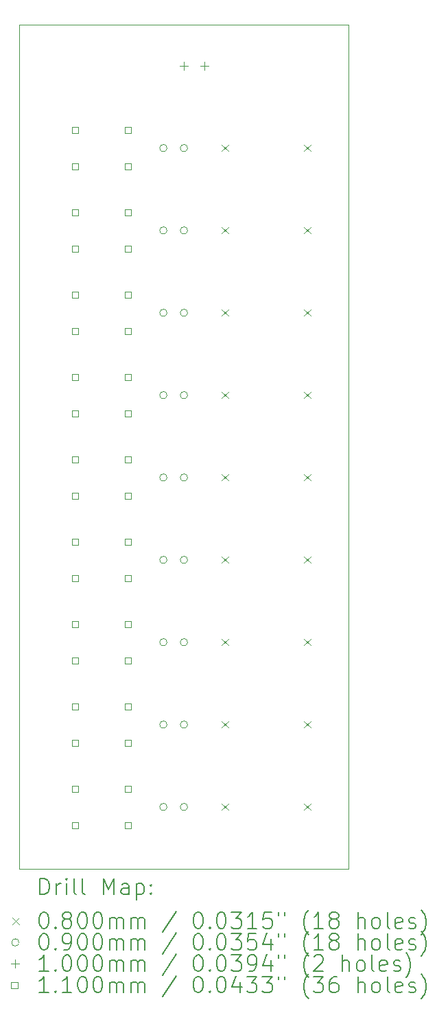
<source format=gbr>
%TF.GenerationSoftware,KiCad,Pcbnew,7.0.5-0*%
%TF.CreationDate,2023-07-07T14:44:34-07:00*%
%TF.ProjectId,loots of leds 2.0,6c6f6f74-7320-46f6-9620-6c6564732032,rev?*%
%TF.SameCoordinates,Original*%
%TF.FileFunction,Drillmap*%
%TF.FilePolarity,Positive*%
%FSLAX45Y45*%
G04 Gerber Fmt 4.5, Leading zero omitted, Abs format (unit mm)*
G04 Created by KiCad (PCBNEW 7.0.5-0) date 2023-07-07 14:44:34*
%MOMM*%
%LPD*%
G01*
G04 APERTURE LIST*
%ADD10C,0.100000*%
%ADD11C,0.200000*%
%ADD12C,0.080000*%
%ADD13C,0.090000*%
%ADD14C,0.110000*%
G04 APERTURE END LIST*
D10*
X15494000Y-2286000D02*
X19558000Y-2286000D01*
X19558000Y-12700000D01*
X15494000Y-12700000D01*
X15494000Y-2286000D01*
D11*
D12*
X17994000Y-3770000D02*
X18074000Y-3850000D01*
X18074000Y-3770000D02*
X17994000Y-3850000D01*
X17994000Y-4786000D02*
X18074000Y-4866000D01*
X18074000Y-4786000D02*
X17994000Y-4866000D01*
X17994000Y-5802000D02*
X18074000Y-5882000D01*
X18074000Y-5802000D02*
X17994000Y-5882000D01*
X17994000Y-6818000D02*
X18074000Y-6898000D01*
X18074000Y-6818000D02*
X17994000Y-6898000D01*
X17994000Y-7834000D02*
X18074000Y-7914000D01*
X18074000Y-7834000D02*
X17994000Y-7914000D01*
X17994000Y-8850000D02*
X18074000Y-8930000D01*
X18074000Y-8850000D02*
X17994000Y-8930000D01*
X17994000Y-9866000D02*
X18074000Y-9946000D01*
X18074000Y-9866000D02*
X17994000Y-9946000D01*
X17994000Y-10882000D02*
X18074000Y-10962000D01*
X18074000Y-10882000D02*
X17994000Y-10962000D01*
X17994000Y-11898000D02*
X18074000Y-11978000D01*
X18074000Y-11898000D02*
X17994000Y-11978000D01*
X19010000Y-3770000D02*
X19090000Y-3850000D01*
X19090000Y-3770000D02*
X19010000Y-3850000D01*
X19010000Y-4786000D02*
X19090000Y-4866000D01*
X19090000Y-4786000D02*
X19010000Y-4866000D01*
X19010000Y-5802000D02*
X19090000Y-5882000D01*
X19090000Y-5802000D02*
X19010000Y-5882000D01*
X19010000Y-6818000D02*
X19090000Y-6898000D01*
X19090000Y-6818000D02*
X19010000Y-6898000D01*
X19010000Y-7834000D02*
X19090000Y-7914000D01*
X19090000Y-7834000D02*
X19010000Y-7914000D01*
X19010000Y-8850000D02*
X19090000Y-8930000D01*
X19090000Y-8850000D02*
X19010000Y-8930000D01*
X19010000Y-9866000D02*
X19090000Y-9946000D01*
X19090000Y-9866000D02*
X19010000Y-9946000D01*
X19010000Y-10882000D02*
X19090000Y-10962000D01*
X19090000Y-10882000D02*
X19010000Y-10962000D01*
X19010000Y-11898000D02*
X19090000Y-11978000D01*
X19090000Y-11898000D02*
X19010000Y-11978000D01*
D13*
X17317000Y-3810000D02*
G75*
G03*
X17317000Y-3810000I-45000J0D01*
G01*
X17317000Y-4826000D02*
G75*
G03*
X17317000Y-4826000I-45000J0D01*
G01*
X17317000Y-5842000D02*
G75*
G03*
X17317000Y-5842000I-45000J0D01*
G01*
X17317000Y-6858000D02*
G75*
G03*
X17317000Y-6858000I-45000J0D01*
G01*
X17317000Y-7874000D02*
G75*
G03*
X17317000Y-7874000I-45000J0D01*
G01*
X17317000Y-8890000D02*
G75*
G03*
X17317000Y-8890000I-45000J0D01*
G01*
X17317000Y-9906000D02*
G75*
G03*
X17317000Y-9906000I-45000J0D01*
G01*
X17317000Y-10922000D02*
G75*
G03*
X17317000Y-10922000I-45000J0D01*
G01*
X17317000Y-11938000D02*
G75*
G03*
X17317000Y-11938000I-45000J0D01*
G01*
X17571000Y-3810000D02*
G75*
G03*
X17571000Y-3810000I-45000J0D01*
G01*
X17571000Y-4826000D02*
G75*
G03*
X17571000Y-4826000I-45000J0D01*
G01*
X17571000Y-5842000D02*
G75*
G03*
X17571000Y-5842000I-45000J0D01*
G01*
X17571000Y-6858000D02*
G75*
G03*
X17571000Y-6858000I-45000J0D01*
G01*
X17571000Y-7874000D02*
G75*
G03*
X17571000Y-7874000I-45000J0D01*
G01*
X17571000Y-8890000D02*
G75*
G03*
X17571000Y-8890000I-45000J0D01*
G01*
X17571000Y-9906000D02*
G75*
G03*
X17571000Y-9906000I-45000J0D01*
G01*
X17571000Y-10922000D02*
G75*
G03*
X17571000Y-10922000I-45000J0D01*
G01*
X17571000Y-11938000D02*
G75*
G03*
X17571000Y-11938000I-45000J0D01*
G01*
D10*
X17526000Y-2744000D02*
X17526000Y-2844000D01*
X17476000Y-2794000D02*
X17576000Y-2794000D01*
X17780000Y-2744000D02*
X17780000Y-2844000D01*
X17730000Y-2794000D02*
X17830000Y-2794000D01*
D14*
X16223891Y-3623891D02*
X16223891Y-3546109D01*
X16146109Y-3546109D01*
X16146109Y-3623891D01*
X16223891Y-3623891D01*
X16223891Y-4073891D02*
X16223891Y-3996109D01*
X16146109Y-3996109D01*
X16146109Y-4073891D01*
X16223891Y-4073891D01*
X16223891Y-4639891D02*
X16223891Y-4562109D01*
X16146109Y-4562109D01*
X16146109Y-4639891D01*
X16223891Y-4639891D01*
X16223891Y-5089891D02*
X16223891Y-5012109D01*
X16146109Y-5012109D01*
X16146109Y-5089891D01*
X16223891Y-5089891D01*
X16223891Y-5655891D02*
X16223891Y-5578109D01*
X16146109Y-5578109D01*
X16146109Y-5655891D01*
X16223891Y-5655891D01*
X16223891Y-6105891D02*
X16223891Y-6028109D01*
X16146109Y-6028109D01*
X16146109Y-6105891D01*
X16223891Y-6105891D01*
X16223891Y-6671891D02*
X16223891Y-6594109D01*
X16146109Y-6594109D01*
X16146109Y-6671891D01*
X16223891Y-6671891D01*
X16223891Y-7121891D02*
X16223891Y-7044109D01*
X16146109Y-7044109D01*
X16146109Y-7121891D01*
X16223891Y-7121891D01*
X16223891Y-7687891D02*
X16223891Y-7610109D01*
X16146109Y-7610109D01*
X16146109Y-7687891D01*
X16223891Y-7687891D01*
X16223891Y-8137891D02*
X16223891Y-8060109D01*
X16146109Y-8060109D01*
X16146109Y-8137891D01*
X16223891Y-8137891D01*
X16223891Y-8703891D02*
X16223891Y-8626109D01*
X16146109Y-8626109D01*
X16146109Y-8703891D01*
X16223891Y-8703891D01*
X16223891Y-9153891D02*
X16223891Y-9076109D01*
X16146109Y-9076109D01*
X16146109Y-9153891D01*
X16223891Y-9153891D01*
X16223891Y-9719891D02*
X16223891Y-9642109D01*
X16146109Y-9642109D01*
X16146109Y-9719891D01*
X16223891Y-9719891D01*
X16223891Y-10169891D02*
X16223891Y-10092109D01*
X16146109Y-10092109D01*
X16146109Y-10169891D01*
X16223891Y-10169891D01*
X16223891Y-10735891D02*
X16223891Y-10658109D01*
X16146109Y-10658109D01*
X16146109Y-10735891D01*
X16223891Y-10735891D01*
X16223891Y-11185891D02*
X16223891Y-11108109D01*
X16146109Y-11108109D01*
X16146109Y-11185891D01*
X16223891Y-11185891D01*
X16223891Y-11751891D02*
X16223891Y-11674109D01*
X16146109Y-11674109D01*
X16146109Y-11751891D01*
X16223891Y-11751891D01*
X16223891Y-12201891D02*
X16223891Y-12124109D01*
X16146109Y-12124109D01*
X16146109Y-12201891D01*
X16223891Y-12201891D01*
X16873891Y-3623891D02*
X16873891Y-3546109D01*
X16796109Y-3546109D01*
X16796109Y-3623891D01*
X16873891Y-3623891D01*
X16873891Y-4073891D02*
X16873891Y-3996109D01*
X16796109Y-3996109D01*
X16796109Y-4073891D01*
X16873891Y-4073891D01*
X16873891Y-4639891D02*
X16873891Y-4562109D01*
X16796109Y-4562109D01*
X16796109Y-4639891D01*
X16873891Y-4639891D01*
X16873891Y-5089891D02*
X16873891Y-5012109D01*
X16796109Y-5012109D01*
X16796109Y-5089891D01*
X16873891Y-5089891D01*
X16873891Y-5655891D02*
X16873891Y-5578109D01*
X16796109Y-5578109D01*
X16796109Y-5655891D01*
X16873891Y-5655891D01*
X16873891Y-6105891D02*
X16873891Y-6028109D01*
X16796109Y-6028109D01*
X16796109Y-6105891D01*
X16873891Y-6105891D01*
X16873891Y-6671891D02*
X16873891Y-6594109D01*
X16796109Y-6594109D01*
X16796109Y-6671891D01*
X16873891Y-6671891D01*
X16873891Y-7121891D02*
X16873891Y-7044109D01*
X16796109Y-7044109D01*
X16796109Y-7121891D01*
X16873891Y-7121891D01*
X16873891Y-7687891D02*
X16873891Y-7610109D01*
X16796109Y-7610109D01*
X16796109Y-7687891D01*
X16873891Y-7687891D01*
X16873891Y-8137891D02*
X16873891Y-8060109D01*
X16796109Y-8060109D01*
X16796109Y-8137891D01*
X16873891Y-8137891D01*
X16873891Y-8703891D02*
X16873891Y-8626109D01*
X16796109Y-8626109D01*
X16796109Y-8703891D01*
X16873891Y-8703891D01*
X16873891Y-9153891D02*
X16873891Y-9076109D01*
X16796109Y-9076109D01*
X16796109Y-9153891D01*
X16873891Y-9153891D01*
X16873891Y-9719891D02*
X16873891Y-9642109D01*
X16796109Y-9642109D01*
X16796109Y-9719891D01*
X16873891Y-9719891D01*
X16873891Y-10169891D02*
X16873891Y-10092109D01*
X16796109Y-10092109D01*
X16796109Y-10169891D01*
X16873891Y-10169891D01*
X16873891Y-10735891D02*
X16873891Y-10658109D01*
X16796109Y-10658109D01*
X16796109Y-10735891D01*
X16873891Y-10735891D01*
X16873891Y-11185891D02*
X16873891Y-11108109D01*
X16796109Y-11108109D01*
X16796109Y-11185891D01*
X16873891Y-11185891D01*
X16873891Y-11751891D02*
X16873891Y-11674109D01*
X16796109Y-11674109D01*
X16796109Y-11751891D01*
X16873891Y-11751891D01*
X16873891Y-12201891D02*
X16873891Y-12124109D01*
X16796109Y-12124109D01*
X16796109Y-12201891D01*
X16873891Y-12201891D01*
D11*
X15749777Y-13016484D02*
X15749777Y-12816484D01*
X15749777Y-12816484D02*
X15797396Y-12816484D01*
X15797396Y-12816484D02*
X15825967Y-12826008D01*
X15825967Y-12826008D02*
X15845015Y-12845055D01*
X15845015Y-12845055D02*
X15854539Y-12864103D01*
X15854539Y-12864103D02*
X15864062Y-12902198D01*
X15864062Y-12902198D02*
X15864062Y-12930769D01*
X15864062Y-12930769D02*
X15854539Y-12968865D01*
X15854539Y-12968865D02*
X15845015Y-12987912D01*
X15845015Y-12987912D02*
X15825967Y-13006960D01*
X15825967Y-13006960D02*
X15797396Y-13016484D01*
X15797396Y-13016484D02*
X15749777Y-13016484D01*
X15949777Y-13016484D02*
X15949777Y-12883150D01*
X15949777Y-12921246D02*
X15959301Y-12902198D01*
X15959301Y-12902198D02*
X15968824Y-12892674D01*
X15968824Y-12892674D02*
X15987872Y-12883150D01*
X15987872Y-12883150D02*
X16006920Y-12883150D01*
X16073586Y-13016484D02*
X16073586Y-12883150D01*
X16073586Y-12816484D02*
X16064062Y-12826008D01*
X16064062Y-12826008D02*
X16073586Y-12835531D01*
X16073586Y-12835531D02*
X16083110Y-12826008D01*
X16083110Y-12826008D02*
X16073586Y-12816484D01*
X16073586Y-12816484D02*
X16073586Y-12835531D01*
X16197396Y-13016484D02*
X16178348Y-13006960D01*
X16178348Y-13006960D02*
X16168824Y-12987912D01*
X16168824Y-12987912D02*
X16168824Y-12816484D01*
X16302158Y-13016484D02*
X16283110Y-13006960D01*
X16283110Y-13006960D02*
X16273586Y-12987912D01*
X16273586Y-12987912D02*
X16273586Y-12816484D01*
X16530729Y-13016484D02*
X16530729Y-12816484D01*
X16530729Y-12816484D02*
X16597396Y-12959341D01*
X16597396Y-12959341D02*
X16664062Y-12816484D01*
X16664062Y-12816484D02*
X16664062Y-13016484D01*
X16845015Y-13016484D02*
X16845015Y-12911722D01*
X16845015Y-12911722D02*
X16835491Y-12892674D01*
X16835491Y-12892674D02*
X16816444Y-12883150D01*
X16816444Y-12883150D02*
X16778348Y-12883150D01*
X16778348Y-12883150D02*
X16759301Y-12892674D01*
X16845015Y-13006960D02*
X16825967Y-13016484D01*
X16825967Y-13016484D02*
X16778348Y-13016484D01*
X16778348Y-13016484D02*
X16759301Y-13006960D01*
X16759301Y-13006960D02*
X16749777Y-12987912D01*
X16749777Y-12987912D02*
X16749777Y-12968865D01*
X16749777Y-12968865D02*
X16759301Y-12949817D01*
X16759301Y-12949817D02*
X16778348Y-12940293D01*
X16778348Y-12940293D02*
X16825967Y-12940293D01*
X16825967Y-12940293D02*
X16845015Y-12930769D01*
X16940253Y-12883150D02*
X16940253Y-13083150D01*
X16940253Y-12892674D02*
X16959301Y-12883150D01*
X16959301Y-12883150D02*
X16997396Y-12883150D01*
X16997396Y-12883150D02*
X17016444Y-12892674D01*
X17016444Y-12892674D02*
X17025967Y-12902198D01*
X17025967Y-12902198D02*
X17035491Y-12921246D01*
X17035491Y-12921246D02*
X17035491Y-12978388D01*
X17035491Y-12978388D02*
X17025967Y-12997436D01*
X17025967Y-12997436D02*
X17016444Y-13006960D01*
X17016444Y-13006960D02*
X16997396Y-13016484D01*
X16997396Y-13016484D02*
X16959301Y-13016484D01*
X16959301Y-13016484D02*
X16940253Y-13006960D01*
X17121205Y-12997436D02*
X17130729Y-13006960D01*
X17130729Y-13006960D02*
X17121205Y-13016484D01*
X17121205Y-13016484D02*
X17111682Y-13006960D01*
X17111682Y-13006960D02*
X17121205Y-12997436D01*
X17121205Y-12997436D02*
X17121205Y-13016484D01*
X17121205Y-12892674D02*
X17130729Y-12902198D01*
X17130729Y-12902198D02*
X17121205Y-12911722D01*
X17121205Y-12911722D02*
X17111682Y-12902198D01*
X17111682Y-12902198D02*
X17121205Y-12892674D01*
X17121205Y-12892674D02*
X17121205Y-12911722D01*
D12*
X15409000Y-13305000D02*
X15489000Y-13385000D01*
X15489000Y-13305000D02*
X15409000Y-13385000D01*
D11*
X15787872Y-13236484D02*
X15806920Y-13236484D01*
X15806920Y-13236484D02*
X15825967Y-13246008D01*
X15825967Y-13246008D02*
X15835491Y-13255531D01*
X15835491Y-13255531D02*
X15845015Y-13274579D01*
X15845015Y-13274579D02*
X15854539Y-13312674D01*
X15854539Y-13312674D02*
X15854539Y-13360293D01*
X15854539Y-13360293D02*
X15845015Y-13398388D01*
X15845015Y-13398388D02*
X15835491Y-13417436D01*
X15835491Y-13417436D02*
X15825967Y-13426960D01*
X15825967Y-13426960D02*
X15806920Y-13436484D01*
X15806920Y-13436484D02*
X15787872Y-13436484D01*
X15787872Y-13436484D02*
X15768824Y-13426960D01*
X15768824Y-13426960D02*
X15759301Y-13417436D01*
X15759301Y-13417436D02*
X15749777Y-13398388D01*
X15749777Y-13398388D02*
X15740253Y-13360293D01*
X15740253Y-13360293D02*
X15740253Y-13312674D01*
X15740253Y-13312674D02*
X15749777Y-13274579D01*
X15749777Y-13274579D02*
X15759301Y-13255531D01*
X15759301Y-13255531D02*
X15768824Y-13246008D01*
X15768824Y-13246008D02*
X15787872Y-13236484D01*
X15940253Y-13417436D02*
X15949777Y-13426960D01*
X15949777Y-13426960D02*
X15940253Y-13436484D01*
X15940253Y-13436484D02*
X15930729Y-13426960D01*
X15930729Y-13426960D02*
X15940253Y-13417436D01*
X15940253Y-13417436D02*
X15940253Y-13436484D01*
X16064062Y-13322198D02*
X16045015Y-13312674D01*
X16045015Y-13312674D02*
X16035491Y-13303150D01*
X16035491Y-13303150D02*
X16025967Y-13284103D01*
X16025967Y-13284103D02*
X16025967Y-13274579D01*
X16025967Y-13274579D02*
X16035491Y-13255531D01*
X16035491Y-13255531D02*
X16045015Y-13246008D01*
X16045015Y-13246008D02*
X16064062Y-13236484D01*
X16064062Y-13236484D02*
X16102158Y-13236484D01*
X16102158Y-13236484D02*
X16121205Y-13246008D01*
X16121205Y-13246008D02*
X16130729Y-13255531D01*
X16130729Y-13255531D02*
X16140253Y-13274579D01*
X16140253Y-13274579D02*
X16140253Y-13284103D01*
X16140253Y-13284103D02*
X16130729Y-13303150D01*
X16130729Y-13303150D02*
X16121205Y-13312674D01*
X16121205Y-13312674D02*
X16102158Y-13322198D01*
X16102158Y-13322198D02*
X16064062Y-13322198D01*
X16064062Y-13322198D02*
X16045015Y-13331722D01*
X16045015Y-13331722D02*
X16035491Y-13341246D01*
X16035491Y-13341246D02*
X16025967Y-13360293D01*
X16025967Y-13360293D02*
X16025967Y-13398388D01*
X16025967Y-13398388D02*
X16035491Y-13417436D01*
X16035491Y-13417436D02*
X16045015Y-13426960D01*
X16045015Y-13426960D02*
X16064062Y-13436484D01*
X16064062Y-13436484D02*
X16102158Y-13436484D01*
X16102158Y-13436484D02*
X16121205Y-13426960D01*
X16121205Y-13426960D02*
X16130729Y-13417436D01*
X16130729Y-13417436D02*
X16140253Y-13398388D01*
X16140253Y-13398388D02*
X16140253Y-13360293D01*
X16140253Y-13360293D02*
X16130729Y-13341246D01*
X16130729Y-13341246D02*
X16121205Y-13331722D01*
X16121205Y-13331722D02*
X16102158Y-13322198D01*
X16264062Y-13236484D02*
X16283110Y-13236484D01*
X16283110Y-13236484D02*
X16302158Y-13246008D01*
X16302158Y-13246008D02*
X16311682Y-13255531D01*
X16311682Y-13255531D02*
X16321205Y-13274579D01*
X16321205Y-13274579D02*
X16330729Y-13312674D01*
X16330729Y-13312674D02*
X16330729Y-13360293D01*
X16330729Y-13360293D02*
X16321205Y-13398388D01*
X16321205Y-13398388D02*
X16311682Y-13417436D01*
X16311682Y-13417436D02*
X16302158Y-13426960D01*
X16302158Y-13426960D02*
X16283110Y-13436484D01*
X16283110Y-13436484D02*
X16264062Y-13436484D01*
X16264062Y-13436484D02*
X16245015Y-13426960D01*
X16245015Y-13426960D02*
X16235491Y-13417436D01*
X16235491Y-13417436D02*
X16225967Y-13398388D01*
X16225967Y-13398388D02*
X16216443Y-13360293D01*
X16216443Y-13360293D02*
X16216443Y-13312674D01*
X16216443Y-13312674D02*
X16225967Y-13274579D01*
X16225967Y-13274579D02*
X16235491Y-13255531D01*
X16235491Y-13255531D02*
X16245015Y-13246008D01*
X16245015Y-13246008D02*
X16264062Y-13236484D01*
X16454539Y-13236484D02*
X16473586Y-13236484D01*
X16473586Y-13236484D02*
X16492634Y-13246008D01*
X16492634Y-13246008D02*
X16502158Y-13255531D01*
X16502158Y-13255531D02*
X16511682Y-13274579D01*
X16511682Y-13274579D02*
X16521205Y-13312674D01*
X16521205Y-13312674D02*
X16521205Y-13360293D01*
X16521205Y-13360293D02*
X16511682Y-13398388D01*
X16511682Y-13398388D02*
X16502158Y-13417436D01*
X16502158Y-13417436D02*
X16492634Y-13426960D01*
X16492634Y-13426960D02*
X16473586Y-13436484D01*
X16473586Y-13436484D02*
X16454539Y-13436484D01*
X16454539Y-13436484D02*
X16435491Y-13426960D01*
X16435491Y-13426960D02*
X16425967Y-13417436D01*
X16425967Y-13417436D02*
X16416443Y-13398388D01*
X16416443Y-13398388D02*
X16406920Y-13360293D01*
X16406920Y-13360293D02*
X16406920Y-13312674D01*
X16406920Y-13312674D02*
X16416443Y-13274579D01*
X16416443Y-13274579D02*
X16425967Y-13255531D01*
X16425967Y-13255531D02*
X16435491Y-13246008D01*
X16435491Y-13246008D02*
X16454539Y-13236484D01*
X16606920Y-13436484D02*
X16606920Y-13303150D01*
X16606920Y-13322198D02*
X16616443Y-13312674D01*
X16616443Y-13312674D02*
X16635491Y-13303150D01*
X16635491Y-13303150D02*
X16664063Y-13303150D01*
X16664063Y-13303150D02*
X16683110Y-13312674D01*
X16683110Y-13312674D02*
X16692634Y-13331722D01*
X16692634Y-13331722D02*
X16692634Y-13436484D01*
X16692634Y-13331722D02*
X16702158Y-13312674D01*
X16702158Y-13312674D02*
X16721205Y-13303150D01*
X16721205Y-13303150D02*
X16749777Y-13303150D01*
X16749777Y-13303150D02*
X16768824Y-13312674D01*
X16768824Y-13312674D02*
X16778348Y-13331722D01*
X16778348Y-13331722D02*
X16778348Y-13436484D01*
X16873586Y-13436484D02*
X16873586Y-13303150D01*
X16873586Y-13322198D02*
X16883110Y-13312674D01*
X16883110Y-13312674D02*
X16902158Y-13303150D01*
X16902158Y-13303150D02*
X16930729Y-13303150D01*
X16930729Y-13303150D02*
X16949777Y-13312674D01*
X16949777Y-13312674D02*
X16959301Y-13331722D01*
X16959301Y-13331722D02*
X16959301Y-13436484D01*
X16959301Y-13331722D02*
X16968825Y-13312674D01*
X16968825Y-13312674D02*
X16987872Y-13303150D01*
X16987872Y-13303150D02*
X17016444Y-13303150D01*
X17016444Y-13303150D02*
X17035491Y-13312674D01*
X17035491Y-13312674D02*
X17045015Y-13331722D01*
X17045015Y-13331722D02*
X17045015Y-13436484D01*
X17435491Y-13226960D02*
X17264063Y-13484103D01*
X17692634Y-13236484D02*
X17711682Y-13236484D01*
X17711682Y-13236484D02*
X17730729Y-13246008D01*
X17730729Y-13246008D02*
X17740253Y-13255531D01*
X17740253Y-13255531D02*
X17749777Y-13274579D01*
X17749777Y-13274579D02*
X17759301Y-13312674D01*
X17759301Y-13312674D02*
X17759301Y-13360293D01*
X17759301Y-13360293D02*
X17749777Y-13398388D01*
X17749777Y-13398388D02*
X17740253Y-13417436D01*
X17740253Y-13417436D02*
X17730729Y-13426960D01*
X17730729Y-13426960D02*
X17711682Y-13436484D01*
X17711682Y-13436484D02*
X17692634Y-13436484D01*
X17692634Y-13436484D02*
X17673587Y-13426960D01*
X17673587Y-13426960D02*
X17664063Y-13417436D01*
X17664063Y-13417436D02*
X17654539Y-13398388D01*
X17654539Y-13398388D02*
X17645015Y-13360293D01*
X17645015Y-13360293D02*
X17645015Y-13312674D01*
X17645015Y-13312674D02*
X17654539Y-13274579D01*
X17654539Y-13274579D02*
X17664063Y-13255531D01*
X17664063Y-13255531D02*
X17673587Y-13246008D01*
X17673587Y-13246008D02*
X17692634Y-13236484D01*
X17845015Y-13417436D02*
X17854539Y-13426960D01*
X17854539Y-13426960D02*
X17845015Y-13436484D01*
X17845015Y-13436484D02*
X17835491Y-13426960D01*
X17835491Y-13426960D02*
X17845015Y-13417436D01*
X17845015Y-13417436D02*
X17845015Y-13436484D01*
X17978348Y-13236484D02*
X17997396Y-13236484D01*
X17997396Y-13236484D02*
X18016444Y-13246008D01*
X18016444Y-13246008D02*
X18025968Y-13255531D01*
X18025968Y-13255531D02*
X18035491Y-13274579D01*
X18035491Y-13274579D02*
X18045015Y-13312674D01*
X18045015Y-13312674D02*
X18045015Y-13360293D01*
X18045015Y-13360293D02*
X18035491Y-13398388D01*
X18035491Y-13398388D02*
X18025968Y-13417436D01*
X18025968Y-13417436D02*
X18016444Y-13426960D01*
X18016444Y-13426960D02*
X17997396Y-13436484D01*
X17997396Y-13436484D02*
X17978348Y-13436484D01*
X17978348Y-13436484D02*
X17959301Y-13426960D01*
X17959301Y-13426960D02*
X17949777Y-13417436D01*
X17949777Y-13417436D02*
X17940253Y-13398388D01*
X17940253Y-13398388D02*
X17930729Y-13360293D01*
X17930729Y-13360293D02*
X17930729Y-13312674D01*
X17930729Y-13312674D02*
X17940253Y-13274579D01*
X17940253Y-13274579D02*
X17949777Y-13255531D01*
X17949777Y-13255531D02*
X17959301Y-13246008D01*
X17959301Y-13246008D02*
X17978348Y-13236484D01*
X18111682Y-13236484D02*
X18235491Y-13236484D01*
X18235491Y-13236484D02*
X18168825Y-13312674D01*
X18168825Y-13312674D02*
X18197396Y-13312674D01*
X18197396Y-13312674D02*
X18216444Y-13322198D01*
X18216444Y-13322198D02*
X18225968Y-13331722D01*
X18225968Y-13331722D02*
X18235491Y-13350769D01*
X18235491Y-13350769D02*
X18235491Y-13398388D01*
X18235491Y-13398388D02*
X18225968Y-13417436D01*
X18225968Y-13417436D02*
X18216444Y-13426960D01*
X18216444Y-13426960D02*
X18197396Y-13436484D01*
X18197396Y-13436484D02*
X18140253Y-13436484D01*
X18140253Y-13436484D02*
X18121206Y-13426960D01*
X18121206Y-13426960D02*
X18111682Y-13417436D01*
X18425968Y-13436484D02*
X18311682Y-13436484D01*
X18368825Y-13436484D02*
X18368825Y-13236484D01*
X18368825Y-13236484D02*
X18349777Y-13265055D01*
X18349777Y-13265055D02*
X18330729Y-13284103D01*
X18330729Y-13284103D02*
X18311682Y-13293627D01*
X18606920Y-13236484D02*
X18511682Y-13236484D01*
X18511682Y-13236484D02*
X18502158Y-13331722D01*
X18502158Y-13331722D02*
X18511682Y-13322198D01*
X18511682Y-13322198D02*
X18530729Y-13312674D01*
X18530729Y-13312674D02*
X18578349Y-13312674D01*
X18578349Y-13312674D02*
X18597396Y-13322198D01*
X18597396Y-13322198D02*
X18606920Y-13331722D01*
X18606920Y-13331722D02*
X18616444Y-13350769D01*
X18616444Y-13350769D02*
X18616444Y-13398388D01*
X18616444Y-13398388D02*
X18606920Y-13417436D01*
X18606920Y-13417436D02*
X18597396Y-13426960D01*
X18597396Y-13426960D02*
X18578349Y-13436484D01*
X18578349Y-13436484D02*
X18530729Y-13436484D01*
X18530729Y-13436484D02*
X18511682Y-13426960D01*
X18511682Y-13426960D02*
X18502158Y-13417436D01*
X18692634Y-13236484D02*
X18692634Y-13274579D01*
X18768825Y-13236484D02*
X18768825Y-13274579D01*
X19064063Y-13512674D02*
X19054539Y-13503150D01*
X19054539Y-13503150D02*
X19035491Y-13474579D01*
X19035491Y-13474579D02*
X19025968Y-13455531D01*
X19025968Y-13455531D02*
X19016444Y-13426960D01*
X19016444Y-13426960D02*
X19006920Y-13379341D01*
X19006920Y-13379341D02*
X19006920Y-13341246D01*
X19006920Y-13341246D02*
X19016444Y-13293627D01*
X19016444Y-13293627D02*
X19025968Y-13265055D01*
X19025968Y-13265055D02*
X19035491Y-13246008D01*
X19035491Y-13246008D02*
X19054539Y-13217436D01*
X19054539Y-13217436D02*
X19064063Y-13207912D01*
X19245015Y-13436484D02*
X19130730Y-13436484D01*
X19187872Y-13436484D02*
X19187872Y-13236484D01*
X19187872Y-13236484D02*
X19168825Y-13265055D01*
X19168825Y-13265055D02*
X19149777Y-13284103D01*
X19149777Y-13284103D02*
X19130730Y-13293627D01*
X19359301Y-13322198D02*
X19340253Y-13312674D01*
X19340253Y-13312674D02*
X19330730Y-13303150D01*
X19330730Y-13303150D02*
X19321206Y-13284103D01*
X19321206Y-13284103D02*
X19321206Y-13274579D01*
X19321206Y-13274579D02*
X19330730Y-13255531D01*
X19330730Y-13255531D02*
X19340253Y-13246008D01*
X19340253Y-13246008D02*
X19359301Y-13236484D01*
X19359301Y-13236484D02*
X19397396Y-13236484D01*
X19397396Y-13236484D02*
X19416444Y-13246008D01*
X19416444Y-13246008D02*
X19425968Y-13255531D01*
X19425968Y-13255531D02*
X19435491Y-13274579D01*
X19435491Y-13274579D02*
X19435491Y-13284103D01*
X19435491Y-13284103D02*
X19425968Y-13303150D01*
X19425968Y-13303150D02*
X19416444Y-13312674D01*
X19416444Y-13312674D02*
X19397396Y-13322198D01*
X19397396Y-13322198D02*
X19359301Y-13322198D01*
X19359301Y-13322198D02*
X19340253Y-13331722D01*
X19340253Y-13331722D02*
X19330730Y-13341246D01*
X19330730Y-13341246D02*
X19321206Y-13360293D01*
X19321206Y-13360293D02*
X19321206Y-13398388D01*
X19321206Y-13398388D02*
X19330730Y-13417436D01*
X19330730Y-13417436D02*
X19340253Y-13426960D01*
X19340253Y-13426960D02*
X19359301Y-13436484D01*
X19359301Y-13436484D02*
X19397396Y-13436484D01*
X19397396Y-13436484D02*
X19416444Y-13426960D01*
X19416444Y-13426960D02*
X19425968Y-13417436D01*
X19425968Y-13417436D02*
X19435491Y-13398388D01*
X19435491Y-13398388D02*
X19435491Y-13360293D01*
X19435491Y-13360293D02*
X19425968Y-13341246D01*
X19425968Y-13341246D02*
X19416444Y-13331722D01*
X19416444Y-13331722D02*
X19397396Y-13322198D01*
X19673587Y-13436484D02*
X19673587Y-13236484D01*
X19759301Y-13436484D02*
X19759301Y-13331722D01*
X19759301Y-13331722D02*
X19749777Y-13312674D01*
X19749777Y-13312674D02*
X19730730Y-13303150D01*
X19730730Y-13303150D02*
X19702158Y-13303150D01*
X19702158Y-13303150D02*
X19683111Y-13312674D01*
X19683111Y-13312674D02*
X19673587Y-13322198D01*
X19883111Y-13436484D02*
X19864063Y-13426960D01*
X19864063Y-13426960D02*
X19854539Y-13417436D01*
X19854539Y-13417436D02*
X19845015Y-13398388D01*
X19845015Y-13398388D02*
X19845015Y-13341246D01*
X19845015Y-13341246D02*
X19854539Y-13322198D01*
X19854539Y-13322198D02*
X19864063Y-13312674D01*
X19864063Y-13312674D02*
X19883111Y-13303150D01*
X19883111Y-13303150D02*
X19911682Y-13303150D01*
X19911682Y-13303150D02*
X19930730Y-13312674D01*
X19930730Y-13312674D02*
X19940253Y-13322198D01*
X19940253Y-13322198D02*
X19949777Y-13341246D01*
X19949777Y-13341246D02*
X19949777Y-13398388D01*
X19949777Y-13398388D02*
X19940253Y-13417436D01*
X19940253Y-13417436D02*
X19930730Y-13426960D01*
X19930730Y-13426960D02*
X19911682Y-13436484D01*
X19911682Y-13436484D02*
X19883111Y-13436484D01*
X20064063Y-13436484D02*
X20045015Y-13426960D01*
X20045015Y-13426960D02*
X20035492Y-13407912D01*
X20035492Y-13407912D02*
X20035492Y-13236484D01*
X20216444Y-13426960D02*
X20197396Y-13436484D01*
X20197396Y-13436484D02*
X20159301Y-13436484D01*
X20159301Y-13436484D02*
X20140253Y-13426960D01*
X20140253Y-13426960D02*
X20130730Y-13407912D01*
X20130730Y-13407912D02*
X20130730Y-13331722D01*
X20130730Y-13331722D02*
X20140253Y-13312674D01*
X20140253Y-13312674D02*
X20159301Y-13303150D01*
X20159301Y-13303150D02*
X20197396Y-13303150D01*
X20197396Y-13303150D02*
X20216444Y-13312674D01*
X20216444Y-13312674D02*
X20225968Y-13331722D01*
X20225968Y-13331722D02*
X20225968Y-13350769D01*
X20225968Y-13350769D02*
X20130730Y-13369817D01*
X20302158Y-13426960D02*
X20321206Y-13436484D01*
X20321206Y-13436484D02*
X20359301Y-13436484D01*
X20359301Y-13436484D02*
X20378349Y-13426960D01*
X20378349Y-13426960D02*
X20387873Y-13407912D01*
X20387873Y-13407912D02*
X20387873Y-13398388D01*
X20387873Y-13398388D02*
X20378349Y-13379341D01*
X20378349Y-13379341D02*
X20359301Y-13369817D01*
X20359301Y-13369817D02*
X20330730Y-13369817D01*
X20330730Y-13369817D02*
X20311682Y-13360293D01*
X20311682Y-13360293D02*
X20302158Y-13341246D01*
X20302158Y-13341246D02*
X20302158Y-13331722D01*
X20302158Y-13331722D02*
X20311682Y-13312674D01*
X20311682Y-13312674D02*
X20330730Y-13303150D01*
X20330730Y-13303150D02*
X20359301Y-13303150D01*
X20359301Y-13303150D02*
X20378349Y-13312674D01*
X20454539Y-13512674D02*
X20464063Y-13503150D01*
X20464063Y-13503150D02*
X20483111Y-13474579D01*
X20483111Y-13474579D02*
X20492634Y-13455531D01*
X20492634Y-13455531D02*
X20502158Y-13426960D01*
X20502158Y-13426960D02*
X20511682Y-13379341D01*
X20511682Y-13379341D02*
X20511682Y-13341246D01*
X20511682Y-13341246D02*
X20502158Y-13293627D01*
X20502158Y-13293627D02*
X20492634Y-13265055D01*
X20492634Y-13265055D02*
X20483111Y-13246008D01*
X20483111Y-13246008D02*
X20464063Y-13217436D01*
X20464063Y-13217436D02*
X20454539Y-13207912D01*
D13*
X15489000Y-13609000D02*
G75*
G03*
X15489000Y-13609000I-45000J0D01*
G01*
D11*
X15787872Y-13500484D02*
X15806920Y-13500484D01*
X15806920Y-13500484D02*
X15825967Y-13510008D01*
X15825967Y-13510008D02*
X15835491Y-13519531D01*
X15835491Y-13519531D02*
X15845015Y-13538579D01*
X15845015Y-13538579D02*
X15854539Y-13576674D01*
X15854539Y-13576674D02*
X15854539Y-13624293D01*
X15854539Y-13624293D02*
X15845015Y-13662388D01*
X15845015Y-13662388D02*
X15835491Y-13681436D01*
X15835491Y-13681436D02*
X15825967Y-13690960D01*
X15825967Y-13690960D02*
X15806920Y-13700484D01*
X15806920Y-13700484D02*
X15787872Y-13700484D01*
X15787872Y-13700484D02*
X15768824Y-13690960D01*
X15768824Y-13690960D02*
X15759301Y-13681436D01*
X15759301Y-13681436D02*
X15749777Y-13662388D01*
X15749777Y-13662388D02*
X15740253Y-13624293D01*
X15740253Y-13624293D02*
X15740253Y-13576674D01*
X15740253Y-13576674D02*
X15749777Y-13538579D01*
X15749777Y-13538579D02*
X15759301Y-13519531D01*
X15759301Y-13519531D02*
X15768824Y-13510008D01*
X15768824Y-13510008D02*
X15787872Y-13500484D01*
X15940253Y-13681436D02*
X15949777Y-13690960D01*
X15949777Y-13690960D02*
X15940253Y-13700484D01*
X15940253Y-13700484D02*
X15930729Y-13690960D01*
X15930729Y-13690960D02*
X15940253Y-13681436D01*
X15940253Y-13681436D02*
X15940253Y-13700484D01*
X16045015Y-13700484D02*
X16083110Y-13700484D01*
X16083110Y-13700484D02*
X16102158Y-13690960D01*
X16102158Y-13690960D02*
X16111682Y-13681436D01*
X16111682Y-13681436D02*
X16130729Y-13652865D01*
X16130729Y-13652865D02*
X16140253Y-13614769D01*
X16140253Y-13614769D02*
X16140253Y-13538579D01*
X16140253Y-13538579D02*
X16130729Y-13519531D01*
X16130729Y-13519531D02*
X16121205Y-13510008D01*
X16121205Y-13510008D02*
X16102158Y-13500484D01*
X16102158Y-13500484D02*
X16064062Y-13500484D01*
X16064062Y-13500484D02*
X16045015Y-13510008D01*
X16045015Y-13510008D02*
X16035491Y-13519531D01*
X16035491Y-13519531D02*
X16025967Y-13538579D01*
X16025967Y-13538579D02*
X16025967Y-13586198D01*
X16025967Y-13586198D02*
X16035491Y-13605246D01*
X16035491Y-13605246D02*
X16045015Y-13614769D01*
X16045015Y-13614769D02*
X16064062Y-13624293D01*
X16064062Y-13624293D02*
X16102158Y-13624293D01*
X16102158Y-13624293D02*
X16121205Y-13614769D01*
X16121205Y-13614769D02*
X16130729Y-13605246D01*
X16130729Y-13605246D02*
X16140253Y-13586198D01*
X16264062Y-13500484D02*
X16283110Y-13500484D01*
X16283110Y-13500484D02*
X16302158Y-13510008D01*
X16302158Y-13510008D02*
X16311682Y-13519531D01*
X16311682Y-13519531D02*
X16321205Y-13538579D01*
X16321205Y-13538579D02*
X16330729Y-13576674D01*
X16330729Y-13576674D02*
X16330729Y-13624293D01*
X16330729Y-13624293D02*
X16321205Y-13662388D01*
X16321205Y-13662388D02*
X16311682Y-13681436D01*
X16311682Y-13681436D02*
X16302158Y-13690960D01*
X16302158Y-13690960D02*
X16283110Y-13700484D01*
X16283110Y-13700484D02*
X16264062Y-13700484D01*
X16264062Y-13700484D02*
X16245015Y-13690960D01*
X16245015Y-13690960D02*
X16235491Y-13681436D01*
X16235491Y-13681436D02*
X16225967Y-13662388D01*
X16225967Y-13662388D02*
X16216443Y-13624293D01*
X16216443Y-13624293D02*
X16216443Y-13576674D01*
X16216443Y-13576674D02*
X16225967Y-13538579D01*
X16225967Y-13538579D02*
X16235491Y-13519531D01*
X16235491Y-13519531D02*
X16245015Y-13510008D01*
X16245015Y-13510008D02*
X16264062Y-13500484D01*
X16454539Y-13500484D02*
X16473586Y-13500484D01*
X16473586Y-13500484D02*
X16492634Y-13510008D01*
X16492634Y-13510008D02*
X16502158Y-13519531D01*
X16502158Y-13519531D02*
X16511682Y-13538579D01*
X16511682Y-13538579D02*
X16521205Y-13576674D01*
X16521205Y-13576674D02*
X16521205Y-13624293D01*
X16521205Y-13624293D02*
X16511682Y-13662388D01*
X16511682Y-13662388D02*
X16502158Y-13681436D01*
X16502158Y-13681436D02*
X16492634Y-13690960D01*
X16492634Y-13690960D02*
X16473586Y-13700484D01*
X16473586Y-13700484D02*
X16454539Y-13700484D01*
X16454539Y-13700484D02*
X16435491Y-13690960D01*
X16435491Y-13690960D02*
X16425967Y-13681436D01*
X16425967Y-13681436D02*
X16416443Y-13662388D01*
X16416443Y-13662388D02*
X16406920Y-13624293D01*
X16406920Y-13624293D02*
X16406920Y-13576674D01*
X16406920Y-13576674D02*
X16416443Y-13538579D01*
X16416443Y-13538579D02*
X16425967Y-13519531D01*
X16425967Y-13519531D02*
X16435491Y-13510008D01*
X16435491Y-13510008D02*
X16454539Y-13500484D01*
X16606920Y-13700484D02*
X16606920Y-13567150D01*
X16606920Y-13586198D02*
X16616443Y-13576674D01*
X16616443Y-13576674D02*
X16635491Y-13567150D01*
X16635491Y-13567150D02*
X16664063Y-13567150D01*
X16664063Y-13567150D02*
X16683110Y-13576674D01*
X16683110Y-13576674D02*
X16692634Y-13595722D01*
X16692634Y-13595722D02*
X16692634Y-13700484D01*
X16692634Y-13595722D02*
X16702158Y-13576674D01*
X16702158Y-13576674D02*
X16721205Y-13567150D01*
X16721205Y-13567150D02*
X16749777Y-13567150D01*
X16749777Y-13567150D02*
X16768824Y-13576674D01*
X16768824Y-13576674D02*
X16778348Y-13595722D01*
X16778348Y-13595722D02*
X16778348Y-13700484D01*
X16873586Y-13700484D02*
X16873586Y-13567150D01*
X16873586Y-13586198D02*
X16883110Y-13576674D01*
X16883110Y-13576674D02*
X16902158Y-13567150D01*
X16902158Y-13567150D02*
X16930729Y-13567150D01*
X16930729Y-13567150D02*
X16949777Y-13576674D01*
X16949777Y-13576674D02*
X16959301Y-13595722D01*
X16959301Y-13595722D02*
X16959301Y-13700484D01*
X16959301Y-13595722D02*
X16968825Y-13576674D01*
X16968825Y-13576674D02*
X16987872Y-13567150D01*
X16987872Y-13567150D02*
X17016444Y-13567150D01*
X17016444Y-13567150D02*
X17035491Y-13576674D01*
X17035491Y-13576674D02*
X17045015Y-13595722D01*
X17045015Y-13595722D02*
X17045015Y-13700484D01*
X17435491Y-13490960D02*
X17264063Y-13748103D01*
X17692634Y-13500484D02*
X17711682Y-13500484D01*
X17711682Y-13500484D02*
X17730729Y-13510008D01*
X17730729Y-13510008D02*
X17740253Y-13519531D01*
X17740253Y-13519531D02*
X17749777Y-13538579D01*
X17749777Y-13538579D02*
X17759301Y-13576674D01*
X17759301Y-13576674D02*
X17759301Y-13624293D01*
X17759301Y-13624293D02*
X17749777Y-13662388D01*
X17749777Y-13662388D02*
X17740253Y-13681436D01*
X17740253Y-13681436D02*
X17730729Y-13690960D01*
X17730729Y-13690960D02*
X17711682Y-13700484D01*
X17711682Y-13700484D02*
X17692634Y-13700484D01*
X17692634Y-13700484D02*
X17673587Y-13690960D01*
X17673587Y-13690960D02*
X17664063Y-13681436D01*
X17664063Y-13681436D02*
X17654539Y-13662388D01*
X17654539Y-13662388D02*
X17645015Y-13624293D01*
X17645015Y-13624293D02*
X17645015Y-13576674D01*
X17645015Y-13576674D02*
X17654539Y-13538579D01*
X17654539Y-13538579D02*
X17664063Y-13519531D01*
X17664063Y-13519531D02*
X17673587Y-13510008D01*
X17673587Y-13510008D02*
X17692634Y-13500484D01*
X17845015Y-13681436D02*
X17854539Y-13690960D01*
X17854539Y-13690960D02*
X17845015Y-13700484D01*
X17845015Y-13700484D02*
X17835491Y-13690960D01*
X17835491Y-13690960D02*
X17845015Y-13681436D01*
X17845015Y-13681436D02*
X17845015Y-13700484D01*
X17978348Y-13500484D02*
X17997396Y-13500484D01*
X17997396Y-13500484D02*
X18016444Y-13510008D01*
X18016444Y-13510008D02*
X18025968Y-13519531D01*
X18025968Y-13519531D02*
X18035491Y-13538579D01*
X18035491Y-13538579D02*
X18045015Y-13576674D01*
X18045015Y-13576674D02*
X18045015Y-13624293D01*
X18045015Y-13624293D02*
X18035491Y-13662388D01*
X18035491Y-13662388D02*
X18025968Y-13681436D01*
X18025968Y-13681436D02*
X18016444Y-13690960D01*
X18016444Y-13690960D02*
X17997396Y-13700484D01*
X17997396Y-13700484D02*
X17978348Y-13700484D01*
X17978348Y-13700484D02*
X17959301Y-13690960D01*
X17959301Y-13690960D02*
X17949777Y-13681436D01*
X17949777Y-13681436D02*
X17940253Y-13662388D01*
X17940253Y-13662388D02*
X17930729Y-13624293D01*
X17930729Y-13624293D02*
X17930729Y-13576674D01*
X17930729Y-13576674D02*
X17940253Y-13538579D01*
X17940253Y-13538579D02*
X17949777Y-13519531D01*
X17949777Y-13519531D02*
X17959301Y-13510008D01*
X17959301Y-13510008D02*
X17978348Y-13500484D01*
X18111682Y-13500484D02*
X18235491Y-13500484D01*
X18235491Y-13500484D02*
X18168825Y-13576674D01*
X18168825Y-13576674D02*
X18197396Y-13576674D01*
X18197396Y-13576674D02*
X18216444Y-13586198D01*
X18216444Y-13586198D02*
X18225968Y-13595722D01*
X18225968Y-13595722D02*
X18235491Y-13614769D01*
X18235491Y-13614769D02*
X18235491Y-13662388D01*
X18235491Y-13662388D02*
X18225968Y-13681436D01*
X18225968Y-13681436D02*
X18216444Y-13690960D01*
X18216444Y-13690960D02*
X18197396Y-13700484D01*
X18197396Y-13700484D02*
X18140253Y-13700484D01*
X18140253Y-13700484D02*
X18121206Y-13690960D01*
X18121206Y-13690960D02*
X18111682Y-13681436D01*
X18416444Y-13500484D02*
X18321206Y-13500484D01*
X18321206Y-13500484D02*
X18311682Y-13595722D01*
X18311682Y-13595722D02*
X18321206Y-13586198D01*
X18321206Y-13586198D02*
X18340253Y-13576674D01*
X18340253Y-13576674D02*
X18387872Y-13576674D01*
X18387872Y-13576674D02*
X18406920Y-13586198D01*
X18406920Y-13586198D02*
X18416444Y-13595722D01*
X18416444Y-13595722D02*
X18425968Y-13614769D01*
X18425968Y-13614769D02*
X18425968Y-13662388D01*
X18425968Y-13662388D02*
X18416444Y-13681436D01*
X18416444Y-13681436D02*
X18406920Y-13690960D01*
X18406920Y-13690960D02*
X18387872Y-13700484D01*
X18387872Y-13700484D02*
X18340253Y-13700484D01*
X18340253Y-13700484D02*
X18321206Y-13690960D01*
X18321206Y-13690960D02*
X18311682Y-13681436D01*
X18597396Y-13567150D02*
X18597396Y-13700484D01*
X18549777Y-13490960D02*
X18502158Y-13633817D01*
X18502158Y-13633817D02*
X18625968Y-13633817D01*
X18692634Y-13500484D02*
X18692634Y-13538579D01*
X18768825Y-13500484D02*
X18768825Y-13538579D01*
X19064063Y-13776674D02*
X19054539Y-13767150D01*
X19054539Y-13767150D02*
X19035491Y-13738579D01*
X19035491Y-13738579D02*
X19025968Y-13719531D01*
X19025968Y-13719531D02*
X19016444Y-13690960D01*
X19016444Y-13690960D02*
X19006920Y-13643341D01*
X19006920Y-13643341D02*
X19006920Y-13605246D01*
X19006920Y-13605246D02*
X19016444Y-13557627D01*
X19016444Y-13557627D02*
X19025968Y-13529055D01*
X19025968Y-13529055D02*
X19035491Y-13510008D01*
X19035491Y-13510008D02*
X19054539Y-13481436D01*
X19054539Y-13481436D02*
X19064063Y-13471912D01*
X19245015Y-13700484D02*
X19130730Y-13700484D01*
X19187872Y-13700484D02*
X19187872Y-13500484D01*
X19187872Y-13500484D02*
X19168825Y-13529055D01*
X19168825Y-13529055D02*
X19149777Y-13548103D01*
X19149777Y-13548103D02*
X19130730Y-13557627D01*
X19359301Y-13586198D02*
X19340253Y-13576674D01*
X19340253Y-13576674D02*
X19330730Y-13567150D01*
X19330730Y-13567150D02*
X19321206Y-13548103D01*
X19321206Y-13548103D02*
X19321206Y-13538579D01*
X19321206Y-13538579D02*
X19330730Y-13519531D01*
X19330730Y-13519531D02*
X19340253Y-13510008D01*
X19340253Y-13510008D02*
X19359301Y-13500484D01*
X19359301Y-13500484D02*
X19397396Y-13500484D01*
X19397396Y-13500484D02*
X19416444Y-13510008D01*
X19416444Y-13510008D02*
X19425968Y-13519531D01*
X19425968Y-13519531D02*
X19435491Y-13538579D01*
X19435491Y-13538579D02*
X19435491Y-13548103D01*
X19435491Y-13548103D02*
X19425968Y-13567150D01*
X19425968Y-13567150D02*
X19416444Y-13576674D01*
X19416444Y-13576674D02*
X19397396Y-13586198D01*
X19397396Y-13586198D02*
X19359301Y-13586198D01*
X19359301Y-13586198D02*
X19340253Y-13595722D01*
X19340253Y-13595722D02*
X19330730Y-13605246D01*
X19330730Y-13605246D02*
X19321206Y-13624293D01*
X19321206Y-13624293D02*
X19321206Y-13662388D01*
X19321206Y-13662388D02*
X19330730Y-13681436D01*
X19330730Y-13681436D02*
X19340253Y-13690960D01*
X19340253Y-13690960D02*
X19359301Y-13700484D01*
X19359301Y-13700484D02*
X19397396Y-13700484D01*
X19397396Y-13700484D02*
X19416444Y-13690960D01*
X19416444Y-13690960D02*
X19425968Y-13681436D01*
X19425968Y-13681436D02*
X19435491Y-13662388D01*
X19435491Y-13662388D02*
X19435491Y-13624293D01*
X19435491Y-13624293D02*
X19425968Y-13605246D01*
X19425968Y-13605246D02*
X19416444Y-13595722D01*
X19416444Y-13595722D02*
X19397396Y-13586198D01*
X19673587Y-13700484D02*
X19673587Y-13500484D01*
X19759301Y-13700484D02*
X19759301Y-13595722D01*
X19759301Y-13595722D02*
X19749777Y-13576674D01*
X19749777Y-13576674D02*
X19730730Y-13567150D01*
X19730730Y-13567150D02*
X19702158Y-13567150D01*
X19702158Y-13567150D02*
X19683111Y-13576674D01*
X19683111Y-13576674D02*
X19673587Y-13586198D01*
X19883111Y-13700484D02*
X19864063Y-13690960D01*
X19864063Y-13690960D02*
X19854539Y-13681436D01*
X19854539Y-13681436D02*
X19845015Y-13662388D01*
X19845015Y-13662388D02*
X19845015Y-13605246D01*
X19845015Y-13605246D02*
X19854539Y-13586198D01*
X19854539Y-13586198D02*
X19864063Y-13576674D01*
X19864063Y-13576674D02*
X19883111Y-13567150D01*
X19883111Y-13567150D02*
X19911682Y-13567150D01*
X19911682Y-13567150D02*
X19930730Y-13576674D01*
X19930730Y-13576674D02*
X19940253Y-13586198D01*
X19940253Y-13586198D02*
X19949777Y-13605246D01*
X19949777Y-13605246D02*
X19949777Y-13662388D01*
X19949777Y-13662388D02*
X19940253Y-13681436D01*
X19940253Y-13681436D02*
X19930730Y-13690960D01*
X19930730Y-13690960D02*
X19911682Y-13700484D01*
X19911682Y-13700484D02*
X19883111Y-13700484D01*
X20064063Y-13700484D02*
X20045015Y-13690960D01*
X20045015Y-13690960D02*
X20035492Y-13671912D01*
X20035492Y-13671912D02*
X20035492Y-13500484D01*
X20216444Y-13690960D02*
X20197396Y-13700484D01*
X20197396Y-13700484D02*
X20159301Y-13700484D01*
X20159301Y-13700484D02*
X20140253Y-13690960D01*
X20140253Y-13690960D02*
X20130730Y-13671912D01*
X20130730Y-13671912D02*
X20130730Y-13595722D01*
X20130730Y-13595722D02*
X20140253Y-13576674D01*
X20140253Y-13576674D02*
X20159301Y-13567150D01*
X20159301Y-13567150D02*
X20197396Y-13567150D01*
X20197396Y-13567150D02*
X20216444Y-13576674D01*
X20216444Y-13576674D02*
X20225968Y-13595722D01*
X20225968Y-13595722D02*
X20225968Y-13614769D01*
X20225968Y-13614769D02*
X20130730Y-13633817D01*
X20302158Y-13690960D02*
X20321206Y-13700484D01*
X20321206Y-13700484D02*
X20359301Y-13700484D01*
X20359301Y-13700484D02*
X20378349Y-13690960D01*
X20378349Y-13690960D02*
X20387873Y-13671912D01*
X20387873Y-13671912D02*
X20387873Y-13662388D01*
X20387873Y-13662388D02*
X20378349Y-13643341D01*
X20378349Y-13643341D02*
X20359301Y-13633817D01*
X20359301Y-13633817D02*
X20330730Y-13633817D01*
X20330730Y-13633817D02*
X20311682Y-13624293D01*
X20311682Y-13624293D02*
X20302158Y-13605246D01*
X20302158Y-13605246D02*
X20302158Y-13595722D01*
X20302158Y-13595722D02*
X20311682Y-13576674D01*
X20311682Y-13576674D02*
X20330730Y-13567150D01*
X20330730Y-13567150D02*
X20359301Y-13567150D01*
X20359301Y-13567150D02*
X20378349Y-13576674D01*
X20454539Y-13776674D02*
X20464063Y-13767150D01*
X20464063Y-13767150D02*
X20483111Y-13738579D01*
X20483111Y-13738579D02*
X20492634Y-13719531D01*
X20492634Y-13719531D02*
X20502158Y-13690960D01*
X20502158Y-13690960D02*
X20511682Y-13643341D01*
X20511682Y-13643341D02*
X20511682Y-13605246D01*
X20511682Y-13605246D02*
X20502158Y-13557627D01*
X20502158Y-13557627D02*
X20492634Y-13529055D01*
X20492634Y-13529055D02*
X20483111Y-13510008D01*
X20483111Y-13510008D02*
X20464063Y-13481436D01*
X20464063Y-13481436D02*
X20454539Y-13471912D01*
D10*
X15439000Y-13823000D02*
X15439000Y-13923000D01*
X15389000Y-13873000D02*
X15489000Y-13873000D01*
D11*
X15854539Y-13964484D02*
X15740253Y-13964484D01*
X15797396Y-13964484D02*
X15797396Y-13764484D01*
X15797396Y-13764484D02*
X15778348Y-13793055D01*
X15778348Y-13793055D02*
X15759301Y-13812103D01*
X15759301Y-13812103D02*
X15740253Y-13821627D01*
X15940253Y-13945436D02*
X15949777Y-13954960D01*
X15949777Y-13954960D02*
X15940253Y-13964484D01*
X15940253Y-13964484D02*
X15930729Y-13954960D01*
X15930729Y-13954960D02*
X15940253Y-13945436D01*
X15940253Y-13945436D02*
X15940253Y-13964484D01*
X16073586Y-13764484D02*
X16092634Y-13764484D01*
X16092634Y-13764484D02*
X16111682Y-13774008D01*
X16111682Y-13774008D02*
X16121205Y-13783531D01*
X16121205Y-13783531D02*
X16130729Y-13802579D01*
X16130729Y-13802579D02*
X16140253Y-13840674D01*
X16140253Y-13840674D02*
X16140253Y-13888293D01*
X16140253Y-13888293D02*
X16130729Y-13926388D01*
X16130729Y-13926388D02*
X16121205Y-13945436D01*
X16121205Y-13945436D02*
X16111682Y-13954960D01*
X16111682Y-13954960D02*
X16092634Y-13964484D01*
X16092634Y-13964484D02*
X16073586Y-13964484D01*
X16073586Y-13964484D02*
X16054539Y-13954960D01*
X16054539Y-13954960D02*
X16045015Y-13945436D01*
X16045015Y-13945436D02*
X16035491Y-13926388D01*
X16035491Y-13926388D02*
X16025967Y-13888293D01*
X16025967Y-13888293D02*
X16025967Y-13840674D01*
X16025967Y-13840674D02*
X16035491Y-13802579D01*
X16035491Y-13802579D02*
X16045015Y-13783531D01*
X16045015Y-13783531D02*
X16054539Y-13774008D01*
X16054539Y-13774008D02*
X16073586Y-13764484D01*
X16264062Y-13764484D02*
X16283110Y-13764484D01*
X16283110Y-13764484D02*
X16302158Y-13774008D01*
X16302158Y-13774008D02*
X16311682Y-13783531D01*
X16311682Y-13783531D02*
X16321205Y-13802579D01*
X16321205Y-13802579D02*
X16330729Y-13840674D01*
X16330729Y-13840674D02*
X16330729Y-13888293D01*
X16330729Y-13888293D02*
X16321205Y-13926388D01*
X16321205Y-13926388D02*
X16311682Y-13945436D01*
X16311682Y-13945436D02*
X16302158Y-13954960D01*
X16302158Y-13954960D02*
X16283110Y-13964484D01*
X16283110Y-13964484D02*
X16264062Y-13964484D01*
X16264062Y-13964484D02*
X16245015Y-13954960D01*
X16245015Y-13954960D02*
X16235491Y-13945436D01*
X16235491Y-13945436D02*
X16225967Y-13926388D01*
X16225967Y-13926388D02*
X16216443Y-13888293D01*
X16216443Y-13888293D02*
X16216443Y-13840674D01*
X16216443Y-13840674D02*
X16225967Y-13802579D01*
X16225967Y-13802579D02*
X16235491Y-13783531D01*
X16235491Y-13783531D02*
X16245015Y-13774008D01*
X16245015Y-13774008D02*
X16264062Y-13764484D01*
X16454539Y-13764484D02*
X16473586Y-13764484D01*
X16473586Y-13764484D02*
X16492634Y-13774008D01*
X16492634Y-13774008D02*
X16502158Y-13783531D01*
X16502158Y-13783531D02*
X16511682Y-13802579D01*
X16511682Y-13802579D02*
X16521205Y-13840674D01*
X16521205Y-13840674D02*
X16521205Y-13888293D01*
X16521205Y-13888293D02*
X16511682Y-13926388D01*
X16511682Y-13926388D02*
X16502158Y-13945436D01*
X16502158Y-13945436D02*
X16492634Y-13954960D01*
X16492634Y-13954960D02*
X16473586Y-13964484D01*
X16473586Y-13964484D02*
X16454539Y-13964484D01*
X16454539Y-13964484D02*
X16435491Y-13954960D01*
X16435491Y-13954960D02*
X16425967Y-13945436D01*
X16425967Y-13945436D02*
X16416443Y-13926388D01*
X16416443Y-13926388D02*
X16406920Y-13888293D01*
X16406920Y-13888293D02*
X16406920Y-13840674D01*
X16406920Y-13840674D02*
X16416443Y-13802579D01*
X16416443Y-13802579D02*
X16425967Y-13783531D01*
X16425967Y-13783531D02*
X16435491Y-13774008D01*
X16435491Y-13774008D02*
X16454539Y-13764484D01*
X16606920Y-13964484D02*
X16606920Y-13831150D01*
X16606920Y-13850198D02*
X16616443Y-13840674D01*
X16616443Y-13840674D02*
X16635491Y-13831150D01*
X16635491Y-13831150D02*
X16664063Y-13831150D01*
X16664063Y-13831150D02*
X16683110Y-13840674D01*
X16683110Y-13840674D02*
X16692634Y-13859722D01*
X16692634Y-13859722D02*
X16692634Y-13964484D01*
X16692634Y-13859722D02*
X16702158Y-13840674D01*
X16702158Y-13840674D02*
X16721205Y-13831150D01*
X16721205Y-13831150D02*
X16749777Y-13831150D01*
X16749777Y-13831150D02*
X16768824Y-13840674D01*
X16768824Y-13840674D02*
X16778348Y-13859722D01*
X16778348Y-13859722D02*
X16778348Y-13964484D01*
X16873586Y-13964484D02*
X16873586Y-13831150D01*
X16873586Y-13850198D02*
X16883110Y-13840674D01*
X16883110Y-13840674D02*
X16902158Y-13831150D01*
X16902158Y-13831150D02*
X16930729Y-13831150D01*
X16930729Y-13831150D02*
X16949777Y-13840674D01*
X16949777Y-13840674D02*
X16959301Y-13859722D01*
X16959301Y-13859722D02*
X16959301Y-13964484D01*
X16959301Y-13859722D02*
X16968825Y-13840674D01*
X16968825Y-13840674D02*
X16987872Y-13831150D01*
X16987872Y-13831150D02*
X17016444Y-13831150D01*
X17016444Y-13831150D02*
X17035491Y-13840674D01*
X17035491Y-13840674D02*
X17045015Y-13859722D01*
X17045015Y-13859722D02*
X17045015Y-13964484D01*
X17435491Y-13754960D02*
X17264063Y-14012103D01*
X17692634Y-13764484D02*
X17711682Y-13764484D01*
X17711682Y-13764484D02*
X17730729Y-13774008D01*
X17730729Y-13774008D02*
X17740253Y-13783531D01*
X17740253Y-13783531D02*
X17749777Y-13802579D01*
X17749777Y-13802579D02*
X17759301Y-13840674D01*
X17759301Y-13840674D02*
X17759301Y-13888293D01*
X17759301Y-13888293D02*
X17749777Y-13926388D01*
X17749777Y-13926388D02*
X17740253Y-13945436D01*
X17740253Y-13945436D02*
X17730729Y-13954960D01*
X17730729Y-13954960D02*
X17711682Y-13964484D01*
X17711682Y-13964484D02*
X17692634Y-13964484D01*
X17692634Y-13964484D02*
X17673587Y-13954960D01*
X17673587Y-13954960D02*
X17664063Y-13945436D01*
X17664063Y-13945436D02*
X17654539Y-13926388D01*
X17654539Y-13926388D02*
X17645015Y-13888293D01*
X17645015Y-13888293D02*
X17645015Y-13840674D01*
X17645015Y-13840674D02*
X17654539Y-13802579D01*
X17654539Y-13802579D02*
X17664063Y-13783531D01*
X17664063Y-13783531D02*
X17673587Y-13774008D01*
X17673587Y-13774008D02*
X17692634Y-13764484D01*
X17845015Y-13945436D02*
X17854539Y-13954960D01*
X17854539Y-13954960D02*
X17845015Y-13964484D01*
X17845015Y-13964484D02*
X17835491Y-13954960D01*
X17835491Y-13954960D02*
X17845015Y-13945436D01*
X17845015Y-13945436D02*
X17845015Y-13964484D01*
X17978348Y-13764484D02*
X17997396Y-13764484D01*
X17997396Y-13764484D02*
X18016444Y-13774008D01*
X18016444Y-13774008D02*
X18025968Y-13783531D01*
X18025968Y-13783531D02*
X18035491Y-13802579D01*
X18035491Y-13802579D02*
X18045015Y-13840674D01*
X18045015Y-13840674D02*
X18045015Y-13888293D01*
X18045015Y-13888293D02*
X18035491Y-13926388D01*
X18035491Y-13926388D02*
X18025968Y-13945436D01*
X18025968Y-13945436D02*
X18016444Y-13954960D01*
X18016444Y-13954960D02*
X17997396Y-13964484D01*
X17997396Y-13964484D02*
X17978348Y-13964484D01*
X17978348Y-13964484D02*
X17959301Y-13954960D01*
X17959301Y-13954960D02*
X17949777Y-13945436D01*
X17949777Y-13945436D02*
X17940253Y-13926388D01*
X17940253Y-13926388D02*
X17930729Y-13888293D01*
X17930729Y-13888293D02*
X17930729Y-13840674D01*
X17930729Y-13840674D02*
X17940253Y-13802579D01*
X17940253Y-13802579D02*
X17949777Y-13783531D01*
X17949777Y-13783531D02*
X17959301Y-13774008D01*
X17959301Y-13774008D02*
X17978348Y-13764484D01*
X18111682Y-13764484D02*
X18235491Y-13764484D01*
X18235491Y-13764484D02*
X18168825Y-13840674D01*
X18168825Y-13840674D02*
X18197396Y-13840674D01*
X18197396Y-13840674D02*
X18216444Y-13850198D01*
X18216444Y-13850198D02*
X18225968Y-13859722D01*
X18225968Y-13859722D02*
X18235491Y-13878769D01*
X18235491Y-13878769D02*
X18235491Y-13926388D01*
X18235491Y-13926388D02*
X18225968Y-13945436D01*
X18225968Y-13945436D02*
X18216444Y-13954960D01*
X18216444Y-13954960D02*
X18197396Y-13964484D01*
X18197396Y-13964484D02*
X18140253Y-13964484D01*
X18140253Y-13964484D02*
X18121206Y-13954960D01*
X18121206Y-13954960D02*
X18111682Y-13945436D01*
X18330729Y-13964484D02*
X18368825Y-13964484D01*
X18368825Y-13964484D02*
X18387872Y-13954960D01*
X18387872Y-13954960D02*
X18397396Y-13945436D01*
X18397396Y-13945436D02*
X18416444Y-13916865D01*
X18416444Y-13916865D02*
X18425968Y-13878769D01*
X18425968Y-13878769D02*
X18425968Y-13802579D01*
X18425968Y-13802579D02*
X18416444Y-13783531D01*
X18416444Y-13783531D02*
X18406920Y-13774008D01*
X18406920Y-13774008D02*
X18387872Y-13764484D01*
X18387872Y-13764484D02*
X18349777Y-13764484D01*
X18349777Y-13764484D02*
X18330729Y-13774008D01*
X18330729Y-13774008D02*
X18321206Y-13783531D01*
X18321206Y-13783531D02*
X18311682Y-13802579D01*
X18311682Y-13802579D02*
X18311682Y-13850198D01*
X18311682Y-13850198D02*
X18321206Y-13869246D01*
X18321206Y-13869246D02*
X18330729Y-13878769D01*
X18330729Y-13878769D02*
X18349777Y-13888293D01*
X18349777Y-13888293D02*
X18387872Y-13888293D01*
X18387872Y-13888293D02*
X18406920Y-13878769D01*
X18406920Y-13878769D02*
X18416444Y-13869246D01*
X18416444Y-13869246D02*
X18425968Y-13850198D01*
X18597396Y-13831150D02*
X18597396Y-13964484D01*
X18549777Y-13754960D02*
X18502158Y-13897817D01*
X18502158Y-13897817D02*
X18625968Y-13897817D01*
X18692634Y-13764484D02*
X18692634Y-13802579D01*
X18768825Y-13764484D02*
X18768825Y-13802579D01*
X19064063Y-14040674D02*
X19054539Y-14031150D01*
X19054539Y-14031150D02*
X19035491Y-14002579D01*
X19035491Y-14002579D02*
X19025968Y-13983531D01*
X19025968Y-13983531D02*
X19016444Y-13954960D01*
X19016444Y-13954960D02*
X19006920Y-13907341D01*
X19006920Y-13907341D02*
X19006920Y-13869246D01*
X19006920Y-13869246D02*
X19016444Y-13821627D01*
X19016444Y-13821627D02*
X19025968Y-13793055D01*
X19025968Y-13793055D02*
X19035491Y-13774008D01*
X19035491Y-13774008D02*
X19054539Y-13745436D01*
X19054539Y-13745436D02*
X19064063Y-13735912D01*
X19130730Y-13783531D02*
X19140253Y-13774008D01*
X19140253Y-13774008D02*
X19159301Y-13764484D01*
X19159301Y-13764484D02*
X19206920Y-13764484D01*
X19206920Y-13764484D02*
X19225968Y-13774008D01*
X19225968Y-13774008D02*
X19235491Y-13783531D01*
X19235491Y-13783531D02*
X19245015Y-13802579D01*
X19245015Y-13802579D02*
X19245015Y-13821627D01*
X19245015Y-13821627D02*
X19235491Y-13850198D01*
X19235491Y-13850198D02*
X19121206Y-13964484D01*
X19121206Y-13964484D02*
X19245015Y-13964484D01*
X19483111Y-13964484D02*
X19483111Y-13764484D01*
X19568825Y-13964484D02*
X19568825Y-13859722D01*
X19568825Y-13859722D02*
X19559301Y-13840674D01*
X19559301Y-13840674D02*
X19540253Y-13831150D01*
X19540253Y-13831150D02*
X19511682Y-13831150D01*
X19511682Y-13831150D02*
X19492634Y-13840674D01*
X19492634Y-13840674D02*
X19483111Y-13850198D01*
X19692634Y-13964484D02*
X19673587Y-13954960D01*
X19673587Y-13954960D02*
X19664063Y-13945436D01*
X19664063Y-13945436D02*
X19654539Y-13926388D01*
X19654539Y-13926388D02*
X19654539Y-13869246D01*
X19654539Y-13869246D02*
X19664063Y-13850198D01*
X19664063Y-13850198D02*
X19673587Y-13840674D01*
X19673587Y-13840674D02*
X19692634Y-13831150D01*
X19692634Y-13831150D02*
X19721206Y-13831150D01*
X19721206Y-13831150D02*
X19740253Y-13840674D01*
X19740253Y-13840674D02*
X19749777Y-13850198D01*
X19749777Y-13850198D02*
X19759301Y-13869246D01*
X19759301Y-13869246D02*
X19759301Y-13926388D01*
X19759301Y-13926388D02*
X19749777Y-13945436D01*
X19749777Y-13945436D02*
X19740253Y-13954960D01*
X19740253Y-13954960D02*
X19721206Y-13964484D01*
X19721206Y-13964484D02*
X19692634Y-13964484D01*
X19873587Y-13964484D02*
X19854539Y-13954960D01*
X19854539Y-13954960D02*
X19845015Y-13935912D01*
X19845015Y-13935912D02*
X19845015Y-13764484D01*
X20025968Y-13954960D02*
X20006920Y-13964484D01*
X20006920Y-13964484D02*
X19968825Y-13964484D01*
X19968825Y-13964484D02*
X19949777Y-13954960D01*
X19949777Y-13954960D02*
X19940253Y-13935912D01*
X19940253Y-13935912D02*
X19940253Y-13859722D01*
X19940253Y-13859722D02*
X19949777Y-13840674D01*
X19949777Y-13840674D02*
X19968825Y-13831150D01*
X19968825Y-13831150D02*
X20006920Y-13831150D01*
X20006920Y-13831150D02*
X20025968Y-13840674D01*
X20025968Y-13840674D02*
X20035492Y-13859722D01*
X20035492Y-13859722D02*
X20035492Y-13878769D01*
X20035492Y-13878769D02*
X19940253Y-13897817D01*
X20111682Y-13954960D02*
X20130730Y-13964484D01*
X20130730Y-13964484D02*
X20168825Y-13964484D01*
X20168825Y-13964484D02*
X20187873Y-13954960D01*
X20187873Y-13954960D02*
X20197396Y-13935912D01*
X20197396Y-13935912D02*
X20197396Y-13926388D01*
X20197396Y-13926388D02*
X20187873Y-13907341D01*
X20187873Y-13907341D02*
X20168825Y-13897817D01*
X20168825Y-13897817D02*
X20140253Y-13897817D01*
X20140253Y-13897817D02*
X20121206Y-13888293D01*
X20121206Y-13888293D02*
X20111682Y-13869246D01*
X20111682Y-13869246D02*
X20111682Y-13859722D01*
X20111682Y-13859722D02*
X20121206Y-13840674D01*
X20121206Y-13840674D02*
X20140253Y-13831150D01*
X20140253Y-13831150D02*
X20168825Y-13831150D01*
X20168825Y-13831150D02*
X20187873Y-13840674D01*
X20264063Y-14040674D02*
X20273587Y-14031150D01*
X20273587Y-14031150D02*
X20292634Y-14002579D01*
X20292634Y-14002579D02*
X20302158Y-13983531D01*
X20302158Y-13983531D02*
X20311682Y-13954960D01*
X20311682Y-13954960D02*
X20321206Y-13907341D01*
X20321206Y-13907341D02*
X20321206Y-13869246D01*
X20321206Y-13869246D02*
X20311682Y-13821627D01*
X20311682Y-13821627D02*
X20302158Y-13793055D01*
X20302158Y-13793055D02*
X20292634Y-13774008D01*
X20292634Y-13774008D02*
X20273587Y-13745436D01*
X20273587Y-13745436D02*
X20264063Y-13735912D01*
D14*
X15472891Y-14175891D02*
X15472891Y-14098109D01*
X15395109Y-14098109D01*
X15395109Y-14175891D01*
X15472891Y-14175891D01*
D11*
X15854539Y-14228484D02*
X15740253Y-14228484D01*
X15797396Y-14228484D02*
X15797396Y-14028484D01*
X15797396Y-14028484D02*
X15778348Y-14057055D01*
X15778348Y-14057055D02*
X15759301Y-14076103D01*
X15759301Y-14076103D02*
X15740253Y-14085627D01*
X15940253Y-14209436D02*
X15949777Y-14218960D01*
X15949777Y-14218960D02*
X15940253Y-14228484D01*
X15940253Y-14228484D02*
X15930729Y-14218960D01*
X15930729Y-14218960D02*
X15940253Y-14209436D01*
X15940253Y-14209436D02*
X15940253Y-14228484D01*
X16140253Y-14228484D02*
X16025967Y-14228484D01*
X16083110Y-14228484D02*
X16083110Y-14028484D01*
X16083110Y-14028484D02*
X16064062Y-14057055D01*
X16064062Y-14057055D02*
X16045015Y-14076103D01*
X16045015Y-14076103D02*
X16025967Y-14085627D01*
X16264062Y-14028484D02*
X16283110Y-14028484D01*
X16283110Y-14028484D02*
X16302158Y-14038008D01*
X16302158Y-14038008D02*
X16311682Y-14047531D01*
X16311682Y-14047531D02*
X16321205Y-14066579D01*
X16321205Y-14066579D02*
X16330729Y-14104674D01*
X16330729Y-14104674D02*
X16330729Y-14152293D01*
X16330729Y-14152293D02*
X16321205Y-14190388D01*
X16321205Y-14190388D02*
X16311682Y-14209436D01*
X16311682Y-14209436D02*
X16302158Y-14218960D01*
X16302158Y-14218960D02*
X16283110Y-14228484D01*
X16283110Y-14228484D02*
X16264062Y-14228484D01*
X16264062Y-14228484D02*
X16245015Y-14218960D01*
X16245015Y-14218960D02*
X16235491Y-14209436D01*
X16235491Y-14209436D02*
X16225967Y-14190388D01*
X16225967Y-14190388D02*
X16216443Y-14152293D01*
X16216443Y-14152293D02*
X16216443Y-14104674D01*
X16216443Y-14104674D02*
X16225967Y-14066579D01*
X16225967Y-14066579D02*
X16235491Y-14047531D01*
X16235491Y-14047531D02*
X16245015Y-14038008D01*
X16245015Y-14038008D02*
X16264062Y-14028484D01*
X16454539Y-14028484D02*
X16473586Y-14028484D01*
X16473586Y-14028484D02*
X16492634Y-14038008D01*
X16492634Y-14038008D02*
X16502158Y-14047531D01*
X16502158Y-14047531D02*
X16511682Y-14066579D01*
X16511682Y-14066579D02*
X16521205Y-14104674D01*
X16521205Y-14104674D02*
X16521205Y-14152293D01*
X16521205Y-14152293D02*
X16511682Y-14190388D01*
X16511682Y-14190388D02*
X16502158Y-14209436D01*
X16502158Y-14209436D02*
X16492634Y-14218960D01*
X16492634Y-14218960D02*
X16473586Y-14228484D01*
X16473586Y-14228484D02*
X16454539Y-14228484D01*
X16454539Y-14228484D02*
X16435491Y-14218960D01*
X16435491Y-14218960D02*
X16425967Y-14209436D01*
X16425967Y-14209436D02*
X16416443Y-14190388D01*
X16416443Y-14190388D02*
X16406920Y-14152293D01*
X16406920Y-14152293D02*
X16406920Y-14104674D01*
X16406920Y-14104674D02*
X16416443Y-14066579D01*
X16416443Y-14066579D02*
X16425967Y-14047531D01*
X16425967Y-14047531D02*
X16435491Y-14038008D01*
X16435491Y-14038008D02*
X16454539Y-14028484D01*
X16606920Y-14228484D02*
X16606920Y-14095150D01*
X16606920Y-14114198D02*
X16616443Y-14104674D01*
X16616443Y-14104674D02*
X16635491Y-14095150D01*
X16635491Y-14095150D02*
X16664063Y-14095150D01*
X16664063Y-14095150D02*
X16683110Y-14104674D01*
X16683110Y-14104674D02*
X16692634Y-14123722D01*
X16692634Y-14123722D02*
X16692634Y-14228484D01*
X16692634Y-14123722D02*
X16702158Y-14104674D01*
X16702158Y-14104674D02*
X16721205Y-14095150D01*
X16721205Y-14095150D02*
X16749777Y-14095150D01*
X16749777Y-14095150D02*
X16768824Y-14104674D01*
X16768824Y-14104674D02*
X16778348Y-14123722D01*
X16778348Y-14123722D02*
X16778348Y-14228484D01*
X16873586Y-14228484D02*
X16873586Y-14095150D01*
X16873586Y-14114198D02*
X16883110Y-14104674D01*
X16883110Y-14104674D02*
X16902158Y-14095150D01*
X16902158Y-14095150D02*
X16930729Y-14095150D01*
X16930729Y-14095150D02*
X16949777Y-14104674D01*
X16949777Y-14104674D02*
X16959301Y-14123722D01*
X16959301Y-14123722D02*
X16959301Y-14228484D01*
X16959301Y-14123722D02*
X16968825Y-14104674D01*
X16968825Y-14104674D02*
X16987872Y-14095150D01*
X16987872Y-14095150D02*
X17016444Y-14095150D01*
X17016444Y-14095150D02*
X17035491Y-14104674D01*
X17035491Y-14104674D02*
X17045015Y-14123722D01*
X17045015Y-14123722D02*
X17045015Y-14228484D01*
X17435491Y-14018960D02*
X17264063Y-14276103D01*
X17692634Y-14028484D02*
X17711682Y-14028484D01*
X17711682Y-14028484D02*
X17730729Y-14038008D01*
X17730729Y-14038008D02*
X17740253Y-14047531D01*
X17740253Y-14047531D02*
X17749777Y-14066579D01*
X17749777Y-14066579D02*
X17759301Y-14104674D01*
X17759301Y-14104674D02*
X17759301Y-14152293D01*
X17759301Y-14152293D02*
X17749777Y-14190388D01*
X17749777Y-14190388D02*
X17740253Y-14209436D01*
X17740253Y-14209436D02*
X17730729Y-14218960D01*
X17730729Y-14218960D02*
X17711682Y-14228484D01*
X17711682Y-14228484D02*
X17692634Y-14228484D01*
X17692634Y-14228484D02*
X17673587Y-14218960D01*
X17673587Y-14218960D02*
X17664063Y-14209436D01*
X17664063Y-14209436D02*
X17654539Y-14190388D01*
X17654539Y-14190388D02*
X17645015Y-14152293D01*
X17645015Y-14152293D02*
X17645015Y-14104674D01*
X17645015Y-14104674D02*
X17654539Y-14066579D01*
X17654539Y-14066579D02*
X17664063Y-14047531D01*
X17664063Y-14047531D02*
X17673587Y-14038008D01*
X17673587Y-14038008D02*
X17692634Y-14028484D01*
X17845015Y-14209436D02*
X17854539Y-14218960D01*
X17854539Y-14218960D02*
X17845015Y-14228484D01*
X17845015Y-14228484D02*
X17835491Y-14218960D01*
X17835491Y-14218960D02*
X17845015Y-14209436D01*
X17845015Y-14209436D02*
X17845015Y-14228484D01*
X17978348Y-14028484D02*
X17997396Y-14028484D01*
X17997396Y-14028484D02*
X18016444Y-14038008D01*
X18016444Y-14038008D02*
X18025968Y-14047531D01*
X18025968Y-14047531D02*
X18035491Y-14066579D01*
X18035491Y-14066579D02*
X18045015Y-14104674D01*
X18045015Y-14104674D02*
X18045015Y-14152293D01*
X18045015Y-14152293D02*
X18035491Y-14190388D01*
X18035491Y-14190388D02*
X18025968Y-14209436D01*
X18025968Y-14209436D02*
X18016444Y-14218960D01*
X18016444Y-14218960D02*
X17997396Y-14228484D01*
X17997396Y-14228484D02*
X17978348Y-14228484D01*
X17978348Y-14228484D02*
X17959301Y-14218960D01*
X17959301Y-14218960D02*
X17949777Y-14209436D01*
X17949777Y-14209436D02*
X17940253Y-14190388D01*
X17940253Y-14190388D02*
X17930729Y-14152293D01*
X17930729Y-14152293D02*
X17930729Y-14104674D01*
X17930729Y-14104674D02*
X17940253Y-14066579D01*
X17940253Y-14066579D02*
X17949777Y-14047531D01*
X17949777Y-14047531D02*
X17959301Y-14038008D01*
X17959301Y-14038008D02*
X17978348Y-14028484D01*
X18216444Y-14095150D02*
X18216444Y-14228484D01*
X18168825Y-14018960D02*
X18121206Y-14161817D01*
X18121206Y-14161817D02*
X18245015Y-14161817D01*
X18302158Y-14028484D02*
X18425968Y-14028484D01*
X18425968Y-14028484D02*
X18359301Y-14104674D01*
X18359301Y-14104674D02*
X18387872Y-14104674D01*
X18387872Y-14104674D02*
X18406920Y-14114198D01*
X18406920Y-14114198D02*
X18416444Y-14123722D01*
X18416444Y-14123722D02*
X18425968Y-14142769D01*
X18425968Y-14142769D02*
X18425968Y-14190388D01*
X18425968Y-14190388D02*
X18416444Y-14209436D01*
X18416444Y-14209436D02*
X18406920Y-14218960D01*
X18406920Y-14218960D02*
X18387872Y-14228484D01*
X18387872Y-14228484D02*
X18330729Y-14228484D01*
X18330729Y-14228484D02*
X18311682Y-14218960D01*
X18311682Y-14218960D02*
X18302158Y-14209436D01*
X18492634Y-14028484D02*
X18616444Y-14028484D01*
X18616444Y-14028484D02*
X18549777Y-14104674D01*
X18549777Y-14104674D02*
X18578349Y-14104674D01*
X18578349Y-14104674D02*
X18597396Y-14114198D01*
X18597396Y-14114198D02*
X18606920Y-14123722D01*
X18606920Y-14123722D02*
X18616444Y-14142769D01*
X18616444Y-14142769D02*
X18616444Y-14190388D01*
X18616444Y-14190388D02*
X18606920Y-14209436D01*
X18606920Y-14209436D02*
X18597396Y-14218960D01*
X18597396Y-14218960D02*
X18578349Y-14228484D01*
X18578349Y-14228484D02*
X18521206Y-14228484D01*
X18521206Y-14228484D02*
X18502158Y-14218960D01*
X18502158Y-14218960D02*
X18492634Y-14209436D01*
X18692634Y-14028484D02*
X18692634Y-14066579D01*
X18768825Y-14028484D02*
X18768825Y-14066579D01*
X19064063Y-14304674D02*
X19054539Y-14295150D01*
X19054539Y-14295150D02*
X19035491Y-14266579D01*
X19035491Y-14266579D02*
X19025968Y-14247531D01*
X19025968Y-14247531D02*
X19016444Y-14218960D01*
X19016444Y-14218960D02*
X19006920Y-14171341D01*
X19006920Y-14171341D02*
X19006920Y-14133246D01*
X19006920Y-14133246D02*
X19016444Y-14085627D01*
X19016444Y-14085627D02*
X19025968Y-14057055D01*
X19025968Y-14057055D02*
X19035491Y-14038008D01*
X19035491Y-14038008D02*
X19054539Y-14009436D01*
X19054539Y-14009436D02*
X19064063Y-13999912D01*
X19121206Y-14028484D02*
X19245015Y-14028484D01*
X19245015Y-14028484D02*
X19178349Y-14104674D01*
X19178349Y-14104674D02*
X19206920Y-14104674D01*
X19206920Y-14104674D02*
X19225968Y-14114198D01*
X19225968Y-14114198D02*
X19235491Y-14123722D01*
X19235491Y-14123722D02*
X19245015Y-14142769D01*
X19245015Y-14142769D02*
X19245015Y-14190388D01*
X19245015Y-14190388D02*
X19235491Y-14209436D01*
X19235491Y-14209436D02*
X19225968Y-14218960D01*
X19225968Y-14218960D02*
X19206920Y-14228484D01*
X19206920Y-14228484D02*
X19149777Y-14228484D01*
X19149777Y-14228484D02*
X19130730Y-14218960D01*
X19130730Y-14218960D02*
X19121206Y-14209436D01*
X19416444Y-14028484D02*
X19378349Y-14028484D01*
X19378349Y-14028484D02*
X19359301Y-14038008D01*
X19359301Y-14038008D02*
X19349777Y-14047531D01*
X19349777Y-14047531D02*
X19330730Y-14076103D01*
X19330730Y-14076103D02*
X19321206Y-14114198D01*
X19321206Y-14114198D02*
X19321206Y-14190388D01*
X19321206Y-14190388D02*
X19330730Y-14209436D01*
X19330730Y-14209436D02*
X19340253Y-14218960D01*
X19340253Y-14218960D02*
X19359301Y-14228484D01*
X19359301Y-14228484D02*
X19397396Y-14228484D01*
X19397396Y-14228484D02*
X19416444Y-14218960D01*
X19416444Y-14218960D02*
X19425968Y-14209436D01*
X19425968Y-14209436D02*
X19435491Y-14190388D01*
X19435491Y-14190388D02*
X19435491Y-14142769D01*
X19435491Y-14142769D02*
X19425968Y-14123722D01*
X19425968Y-14123722D02*
X19416444Y-14114198D01*
X19416444Y-14114198D02*
X19397396Y-14104674D01*
X19397396Y-14104674D02*
X19359301Y-14104674D01*
X19359301Y-14104674D02*
X19340253Y-14114198D01*
X19340253Y-14114198D02*
X19330730Y-14123722D01*
X19330730Y-14123722D02*
X19321206Y-14142769D01*
X19673587Y-14228484D02*
X19673587Y-14028484D01*
X19759301Y-14228484D02*
X19759301Y-14123722D01*
X19759301Y-14123722D02*
X19749777Y-14104674D01*
X19749777Y-14104674D02*
X19730730Y-14095150D01*
X19730730Y-14095150D02*
X19702158Y-14095150D01*
X19702158Y-14095150D02*
X19683111Y-14104674D01*
X19683111Y-14104674D02*
X19673587Y-14114198D01*
X19883111Y-14228484D02*
X19864063Y-14218960D01*
X19864063Y-14218960D02*
X19854539Y-14209436D01*
X19854539Y-14209436D02*
X19845015Y-14190388D01*
X19845015Y-14190388D02*
X19845015Y-14133246D01*
X19845015Y-14133246D02*
X19854539Y-14114198D01*
X19854539Y-14114198D02*
X19864063Y-14104674D01*
X19864063Y-14104674D02*
X19883111Y-14095150D01*
X19883111Y-14095150D02*
X19911682Y-14095150D01*
X19911682Y-14095150D02*
X19930730Y-14104674D01*
X19930730Y-14104674D02*
X19940253Y-14114198D01*
X19940253Y-14114198D02*
X19949777Y-14133246D01*
X19949777Y-14133246D02*
X19949777Y-14190388D01*
X19949777Y-14190388D02*
X19940253Y-14209436D01*
X19940253Y-14209436D02*
X19930730Y-14218960D01*
X19930730Y-14218960D02*
X19911682Y-14228484D01*
X19911682Y-14228484D02*
X19883111Y-14228484D01*
X20064063Y-14228484D02*
X20045015Y-14218960D01*
X20045015Y-14218960D02*
X20035492Y-14199912D01*
X20035492Y-14199912D02*
X20035492Y-14028484D01*
X20216444Y-14218960D02*
X20197396Y-14228484D01*
X20197396Y-14228484D02*
X20159301Y-14228484D01*
X20159301Y-14228484D02*
X20140253Y-14218960D01*
X20140253Y-14218960D02*
X20130730Y-14199912D01*
X20130730Y-14199912D02*
X20130730Y-14123722D01*
X20130730Y-14123722D02*
X20140253Y-14104674D01*
X20140253Y-14104674D02*
X20159301Y-14095150D01*
X20159301Y-14095150D02*
X20197396Y-14095150D01*
X20197396Y-14095150D02*
X20216444Y-14104674D01*
X20216444Y-14104674D02*
X20225968Y-14123722D01*
X20225968Y-14123722D02*
X20225968Y-14142769D01*
X20225968Y-14142769D02*
X20130730Y-14161817D01*
X20302158Y-14218960D02*
X20321206Y-14228484D01*
X20321206Y-14228484D02*
X20359301Y-14228484D01*
X20359301Y-14228484D02*
X20378349Y-14218960D01*
X20378349Y-14218960D02*
X20387873Y-14199912D01*
X20387873Y-14199912D02*
X20387873Y-14190388D01*
X20387873Y-14190388D02*
X20378349Y-14171341D01*
X20378349Y-14171341D02*
X20359301Y-14161817D01*
X20359301Y-14161817D02*
X20330730Y-14161817D01*
X20330730Y-14161817D02*
X20311682Y-14152293D01*
X20311682Y-14152293D02*
X20302158Y-14133246D01*
X20302158Y-14133246D02*
X20302158Y-14123722D01*
X20302158Y-14123722D02*
X20311682Y-14104674D01*
X20311682Y-14104674D02*
X20330730Y-14095150D01*
X20330730Y-14095150D02*
X20359301Y-14095150D01*
X20359301Y-14095150D02*
X20378349Y-14104674D01*
X20454539Y-14304674D02*
X20464063Y-14295150D01*
X20464063Y-14295150D02*
X20483111Y-14266579D01*
X20483111Y-14266579D02*
X20492634Y-14247531D01*
X20492634Y-14247531D02*
X20502158Y-14218960D01*
X20502158Y-14218960D02*
X20511682Y-14171341D01*
X20511682Y-14171341D02*
X20511682Y-14133246D01*
X20511682Y-14133246D02*
X20502158Y-14085627D01*
X20502158Y-14085627D02*
X20492634Y-14057055D01*
X20492634Y-14057055D02*
X20483111Y-14038008D01*
X20483111Y-14038008D02*
X20464063Y-14009436D01*
X20464063Y-14009436D02*
X20454539Y-13999912D01*
M02*

</source>
